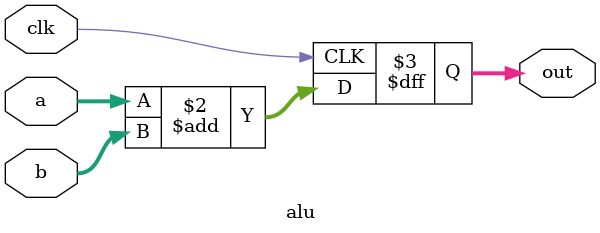
<source format=sv>
module alu(
	input clk,
	input [31:0] a,
	input [31:0] b,
	output reg [31:0] out
);

always @(posedge clk) begin
	out <= a + b;
end

endmodule

</source>
